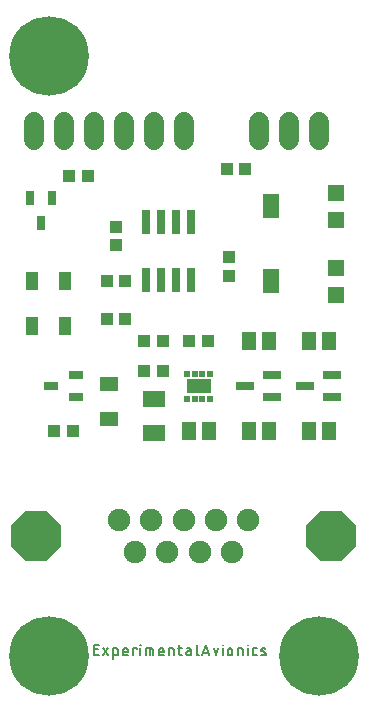
<source format=gts>
G04 EAGLE Gerber RS-274X export*
G75*
%MOMM*%
%FSLAX34Y34*%
%LPD*%
%INTop Solder Mask*%
%IPPOS*%
%AMOC8*
5,1,8,0,0,1.08239X$1,22.5*%
G01*
%ADD10C,0.152400*%
%ADD11R,1.107200X1.047900*%
%ADD12R,1.263100X1.506100*%
%ADD13R,1.942300X1.322500*%
%ADD14R,1.047900X1.107200*%
%ADD15R,1.087000X1.638800*%
%ADD16C,1.651000*%
%ADD17R,0.724100X1.275500*%
%ADD18R,1.427000X2.127000*%
%ADD19R,1.427000X1.427000*%
%ADD20R,0.997900X1.106100*%
%ADD21R,0.726100X2.098600*%
%ADD22R,0.527000X0.627000*%
%ADD23R,2.027000X1.227000*%
%ADD24R,1.527000X0.727000*%
%ADD25C,1.905000*%
%ADD26P,4.592581X8X22.500000*%
%ADD27R,1.275500X0.724100*%
%ADD28R,1.488200X1.241600*%
%ADD29R,1.106100X0.997900*%
%ADD30C,6.731000*%


D10*
X93726Y-24638D02*
X89662Y-24638D01*
X89662Y-15494D01*
X93726Y-15494D01*
X92710Y-19558D02*
X89662Y-19558D01*
X97184Y-24638D02*
X101248Y-18542D01*
X97184Y-18542D02*
X101248Y-24638D01*
X105574Y-27686D02*
X105574Y-18542D01*
X108114Y-18542D01*
X108191Y-18544D01*
X108268Y-18550D01*
X108345Y-18560D01*
X108421Y-18573D01*
X108496Y-18591D01*
X108570Y-18612D01*
X108643Y-18637D01*
X108715Y-18666D01*
X108785Y-18698D01*
X108854Y-18733D01*
X108920Y-18773D01*
X108985Y-18815D01*
X109047Y-18861D01*
X109107Y-18910D01*
X109164Y-18961D01*
X109219Y-19016D01*
X109270Y-19073D01*
X109319Y-19133D01*
X109365Y-19195D01*
X109407Y-19260D01*
X109447Y-19326D01*
X109482Y-19395D01*
X109514Y-19465D01*
X109543Y-19537D01*
X109568Y-19610D01*
X109589Y-19684D01*
X109607Y-19759D01*
X109620Y-19835D01*
X109630Y-19912D01*
X109636Y-19989D01*
X109638Y-20066D01*
X109638Y-23114D01*
X109636Y-23191D01*
X109630Y-23268D01*
X109620Y-23345D01*
X109607Y-23421D01*
X109589Y-23496D01*
X109568Y-23570D01*
X109543Y-23643D01*
X109514Y-23715D01*
X109482Y-23785D01*
X109447Y-23854D01*
X109407Y-23920D01*
X109365Y-23985D01*
X109319Y-24047D01*
X109270Y-24107D01*
X109219Y-24164D01*
X109164Y-24219D01*
X109107Y-24270D01*
X109047Y-24319D01*
X108985Y-24365D01*
X108920Y-24407D01*
X108854Y-24447D01*
X108785Y-24482D01*
X108715Y-24514D01*
X108643Y-24543D01*
X108570Y-24568D01*
X108496Y-24589D01*
X108421Y-24607D01*
X108345Y-24620D01*
X108268Y-24630D01*
X108191Y-24636D01*
X108114Y-24638D01*
X105574Y-24638D01*
X115350Y-24638D02*
X117890Y-24638D01*
X115350Y-24638D02*
X115273Y-24636D01*
X115196Y-24630D01*
X115119Y-24620D01*
X115043Y-24607D01*
X114968Y-24589D01*
X114894Y-24568D01*
X114821Y-24543D01*
X114749Y-24514D01*
X114679Y-24482D01*
X114610Y-24447D01*
X114544Y-24407D01*
X114479Y-24365D01*
X114417Y-24319D01*
X114357Y-24270D01*
X114300Y-24219D01*
X114245Y-24164D01*
X114194Y-24107D01*
X114145Y-24047D01*
X114099Y-23985D01*
X114057Y-23920D01*
X114017Y-23854D01*
X113982Y-23785D01*
X113950Y-23715D01*
X113921Y-23643D01*
X113896Y-23570D01*
X113875Y-23496D01*
X113857Y-23421D01*
X113844Y-23345D01*
X113834Y-23268D01*
X113828Y-23191D01*
X113826Y-23114D01*
X113826Y-20574D01*
X113828Y-20485D01*
X113834Y-20397D01*
X113843Y-20309D01*
X113857Y-20221D01*
X113874Y-20134D01*
X113895Y-20048D01*
X113920Y-19963D01*
X113949Y-19879D01*
X113981Y-19796D01*
X114016Y-19715D01*
X114056Y-19636D01*
X114098Y-19558D01*
X114144Y-19482D01*
X114193Y-19408D01*
X114246Y-19337D01*
X114301Y-19268D01*
X114360Y-19201D01*
X114421Y-19137D01*
X114485Y-19076D01*
X114552Y-19017D01*
X114621Y-18962D01*
X114692Y-18909D01*
X114766Y-18860D01*
X114842Y-18814D01*
X114920Y-18772D01*
X114999Y-18732D01*
X115080Y-18697D01*
X115163Y-18665D01*
X115247Y-18636D01*
X115332Y-18611D01*
X115418Y-18590D01*
X115505Y-18573D01*
X115593Y-18559D01*
X115681Y-18550D01*
X115769Y-18544D01*
X115858Y-18542D01*
X115947Y-18544D01*
X116035Y-18550D01*
X116123Y-18559D01*
X116211Y-18573D01*
X116298Y-18590D01*
X116384Y-18611D01*
X116469Y-18636D01*
X116553Y-18665D01*
X116636Y-18697D01*
X116717Y-18732D01*
X116796Y-18772D01*
X116874Y-18814D01*
X116950Y-18860D01*
X117024Y-18909D01*
X117095Y-18962D01*
X117164Y-19017D01*
X117231Y-19076D01*
X117295Y-19137D01*
X117356Y-19201D01*
X117415Y-19268D01*
X117470Y-19337D01*
X117523Y-19408D01*
X117572Y-19482D01*
X117618Y-19558D01*
X117660Y-19636D01*
X117700Y-19715D01*
X117735Y-19796D01*
X117767Y-19879D01*
X117796Y-19963D01*
X117821Y-20048D01*
X117842Y-20134D01*
X117859Y-20221D01*
X117873Y-20309D01*
X117882Y-20397D01*
X117888Y-20485D01*
X117890Y-20574D01*
X117890Y-21590D01*
X113826Y-21590D01*
X122545Y-24638D02*
X122545Y-18542D01*
X125593Y-18542D01*
X125593Y-19558D01*
X128660Y-18542D02*
X128660Y-24638D01*
X128406Y-16002D02*
X128406Y-15494D01*
X128914Y-15494D01*
X128914Y-16002D01*
X128406Y-16002D01*
X133293Y-18542D02*
X133293Y-24638D01*
X133293Y-18542D02*
X137865Y-18542D01*
X137942Y-18544D01*
X138019Y-18550D01*
X138096Y-18560D01*
X138172Y-18573D01*
X138247Y-18591D01*
X138321Y-18612D01*
X138394Y-18637D01*
X138466Y-18666D01*
X138536Y-18698D01*
X138605Y-18733D01*
X138671Y-18773D01*
X138736Y-18815D01*
X138798Y-18861D01*
X138858Y-18910D01*
X138915Y-18961D01*
X138970Y-19016D01*
X139021Y-19073D01*
X139070Y-19133D01*
X139116Y-19195D01*
X139158Y-19260D01*
X139198Y-19326D01*
X139233Y-19395D01*
X139265Y-19465D01*
X139294Y-19537D01*
X139319Y-19610D01*
X139340Y-19684D01*
X139358Y-19759D01*
X139371Y-19835D01*
X139381Y-19912D01*
X139387Y-19989D01*
X139389Y-20066D01*
X139389Y-24638D01*
X136341Y-24638D02*
X136341Y-18542D01*
X145754Y-24638D02*
X148294Y-24638D01*
X145754Y-24638D02*
X145677Y-24636D01*
X145600Y-24630D01*
X145523Y-24620D01*
X145447Y-24607D01*
X145372Y-24589D01*
X145298Y-24568D01*
X145225Y-24543D01*
X145153Y-24514D01*
X145083Y-24482D01*
X145014Y-24447D01*
X144948Y-24407D01*
X144883Y-24365D01*
X144821Y-24319D01*
X144761Y-24270D01*
X144704Y-24219D01*
X144649Y-24164D01*
X144598Y-24107D01*
X144549Y-24047D01*
X144503Y-23985D01*
X144461Y-23920D01*
X144421Y-23854D01*
X144386Y-23785D01*
X144354Y-23715D01*
X144325Y-23643D01*
X144300Y-23570D01*
X144279Y-23496D01*
X144261Y-23421D01*
X144248Y-23345D01*
X144238Y-23268D01*
X144232Y-23191D01*
X144230Y-23114D01*
X144230Y-20574D01*
X144232Y-20485D01*
X144238Y-20397D01*
X144247Y-20309D01*
X144261Y-20221D01*
X144278Y-20134D01*
X144299Y-20048D01*
X144324Y-19963D01*
X144353Y-19879D01*
X144385Y-19796D01*
X144420Y-19715D01*
X144460Y-19636D01*
X144502Y-19558D01*
X144548Y-19482D01*
X144597Y-19408D01*
X144650Y-19337D01*
X144705Y-19268D01*
X144764Y-19201D01*
X144825Y-19137D01*
X144889Y-19076D01*
X144956Y-19017D01*
X145025Y-18962D01*
X145096Y-18909D01*
X145170Y-18860D01*
X145246Y-18814D01*
X145324Y-18772D01*
X145403Y-18732D01*
X145484Y-18697D01*
X145567Y-18665D01*
X145651Y-18636D01*
X145736Y-18611D01*
X145822Y-18590D01*
X145909Y-18573D01*
X145997Y-18559D01*
X146085Y-18550D01*
X146173Y-18544D01*
X146262Y-18542D01*
X146351Y-18544D01*
X146439Y-18550D01*
X146527Y-18559D01*
X146615Y-18573D01*
X146702Y-18590D01*
X146788Y-18611D01*
X146873Y-18636D01*
X146957Y-18665D01*
X147040Y-18697D01*
X147121Y-18732D01*
X147200Y-18772D01*
X147278Y-18814D01*
X147354Y-18860D01*
X147428Y-18909D01*
X147499Y-18962D01*
X147568Y-19017D01*
X147635Y-19076D01*
X147699Y-19137D01*
X147760Y-19201D01*
X147819Y-19268D01*
X147874Y-19337D01*
X147927Y-19408D01*
X147976Y-19482D01*
X148022Y-19558D01*
X148064Y-19636D01*
X148104Y-19715D01*
X148139Y-19796D01*
X148171Y-19879D01*
X148200Y-19963D01*
X148225Y-20048D01*
X148246Y-20134D01*
X148263Y-20221D01*
X148277Y-20309D01*
X148286Y-20397D01*
X148292Y-20485D01*
X148294Y-20574D01*
X148294Y-21590D01*
X144230Y-21590D01*
X152871Y-24638D02*
X152871Y-18542D01*
X155411Y-18542D01*
X155488Y-18544D01*
X155565Y-18550D01*
X155642Y-18560D01*
X155718Y-18573D01*
X155793Y-18591D01*
X155867Y-18612D01*
X155940Y-18637D01*
X156012Y-18666D01*
X156082Y-18698D01*
X156151Y-18733D01*
X156217Y-18773D01*
X156282Y-18815D01*
X156344Y-18861D01*
X156404Y-18910D01*
X156461Y-18961D01*
X156516Y-19016D01*
X156567Y-19073D01*
X156616Y-19133D01*
X156662Y-19195D01*
X156704Y-19260D01*
X156744Y-19326D01*
X156779Y-19395D01*
X156811Y-19465D01*
X156840Y-19537D01*
X156865Y-19610D01*
X156886Y-19684D01*
X156904Y-19759D01*
X156917Y-19835D01*
X156927Y-19912D01*
X156933Y-19989D01*
X156935Y-20066D01*
X156935Y-24638D01*
X160632Y-18542D02*
X163680Y-18542D01*
X161648Y-15494D02*
X161648Y-23114D01*
X161650Y-23191D01*
X161656Y-23268D01*
X161666Y-23345D01*
X161679Y-23421D01*
X161697Y-23496D01*
X161718Y-23570D01*
X161743Y-23643D01*
X161772Y-23715D01*
X161804Y-23785D01*
X161839Y-23854D01*
X161879Y-23920D01*
X161921Y-23985D01*
X161967Y-24047D01*
X162016Y-24107D01*
X162067Y-24164D01*
X162122Y-24219D01*
X162179Y-24270D01*
X162239Y-24319D01*
X162301Y-24365D01*
X162366Y-24407D01*
X162432Y-24447D01*
X162501Y-24482D01*
X162571Y-24514D01*
X162643Y-24543D01*
X162716Y-24568D01*
X162790Y-24589D01*
X162865Y-24607D01*
X162941Y-24620D01*
X163018Y-24630D01*
X163095Y-24636D01*
X163172Y-24638D01*
X163680Y-24638D01*
X169302Y-21082D02*
X171588Y-21082D01*
X169302Y-21082D02*
X169219Y-21084D01*
X169136Y-21090D01*
X169053Y-21100D01*
X168970Y-21113D01*
X168889Y-21131D01*
X168808Y-21152D01*
X168729Y-21177D01*
X168651Y-21206D01*
X168574Y-21238D01*
X168499Y-21274D01*
X168425Y-21313D01*
X168354Y-21356D01*
X168284Y-21402D01*
X168217Y-21452D01*
X168152Y-21504D01*
X168090Y-21559D01*
X168030Y-21618D01*
X167973Y-21679D01*
X167919Y-21742D01*
X167868Y-21808D01*
X167821Y-21877D01*
X167776Y-21947D01*
X167735Y-22020D01*
X167698Y-22094D01*
X167663Y-22170D01*
X167633Y-22248D01*
X167606Y-22326D01*
X167583Y-22407D01*
X167563Y-22488D01*
X167548Y-22570D01*
X167536Y-22652D01*
X167528Y-22735D01*
X167524Y-22818D01*
X167524Y-22902D01*
X167528Y-22985D01*
X167536Y-23068D01*
X167548Y-23150D01*
X167563Y-23232D01*
X167583Y-23313D01*
X167606Y-23394D01*
X167633Y-23472D01*
X167663Y-23550D01*
X167698Y-23626D01*
X167735Y-23700D01*
X167776Y-23773D01*
X167821Y-23843D01*
X167868Y-23912D01*
X167919Y-23978D01*
X167973Y-24041D01*
X168030Y-24102D01*
X168090Y-24161D01*
X168152Y-24216D01*
X168217Y-24268D01*
X168284Y-24318D01*
X168354Y-24364D01*
X168425Y-24407D01*
X168499Y-24446D01*
X168574Y-24482D01*
X168651Y-24514D01*
X168729Y-24543D01*
X168808Y-24568D01*
X168889Y-24589D01*
X168970Y-24607D01*
X169053Y-24620D01*
X169136Y-24630D01*
X169219Y-24636D01*
X169302Y-24638D01*
X171588Y-24638D01*
X171588Y-20066D01*
X171586Y-19989D01*
X171580Y-19912D01*
X171570Y-19835D01*
X171557Y-19759D01*
X171539Y-19684D01*
X171518Y-19610D01*
X171493Y-19537D01*
X171464Y-19465D01*
X171432Y-19395D01*
X171397Y-19326D01*
X171357Y-19260D01*
X171315Y-19195D01*
X171269Y-19133D01*
X171220Y-19073D01*
X171169Y-19016D01*
X171114Y-18961D01*
X171057Y-18910D01*
X170997Y-18861D01*
X170935Y-18815D01*
X170870Y-18773D01*
X170804Y-18733D01*
X170735Y-18698D01*
X170665Y-18666D01*
X170593Y-18637D01*
X170520Y-18612D01*
X170446Y-18591D01*
X170371Y-18573D01*
X170295Y-18560D01*
X170218Y-18550D01*
X170141Y-18544D01*
X170064Y-18542D01*
X168032Y-18542D01*
X176283Y-15494D02*
X176283Y-23114D01*
X176285Y-23191D01*
X176291Y-23268D01*
X176301Y-23345D01*
X176314Y-23421D01*
X176332Y-23496D01*
X176353Y-23570D01*
X176378Y-23643D01*
X176407Y-23715D01*
X176439Y-23785D01*
X176474Y-23854D01*
X176514Y-23920D01*
X176556Y-23985D01*
X176602Y-24047D01*
X176651Y-24107D01*
X176702Y-24164D01*
X176757Y-24219D01*
X176814Y-24270D01*
X176874Y-24319D01*
X176936Y-24365D01*
X177001Y-24407D01*
X177067Y-24447D01*
X177136Y-24482D01*
X177206Y-24514D01*
X177278Y-24543D01*
X177351Y-24568D01*
X177425Y-24589D01*
X177500Y-24607D01*
X177576Y-24620D01*
X177653Y-24630D01*
X177730Y-24636D01*
X177807Y-24638D01*
X180979Y-24638D02*
X184027Y-15494D01*
X187075Y-24638D01*
X186313Y-22352D02*
X181741Y-22352D01*
X190636Y-18542D02*
X192668Y-24638D01*
X194700Y-18542D01*
X198428Y-18542D02*
X198428Y-24638D01*
X198174Y-16002D02*
X198174Y-15494D01*
X198682Y-15494D01*
X198682Y-16002D01*
X198174Y-16002D01*
X202477Y-20574D02*
X202477Y-22606D01*
X202477Y-20574D02*
X202479Y-20485D01*
X202485Y-20397D01*
X202494Y-20309D01*
X202508Y-20221D01*
X202525Y-20134D01*
X202546Y-20048D01*
X202571Y-19963D01*
X202600Y-19879D01*
X202632Y-19796D01*
X202667Y-19715D01*
X202707Y-19636D01*
X202749Y-19558D01*
X202795Y-19482D01*
X202844Y-19408D01*
X202897Y-19337D01*
X202952Y-19268D01*
X203011Y-19201D01*
X203072Y-19137D01*
X203136Y-19076D01*
X203203Y-19017D01*
X203272Y-18962D01*
X203343Y-18909D01*
X203417Y-18860D01*
X203493Y-18814D01*
X203571Y-18772D01*
X203650Y-18732D01*
X203731Y-18697D01*
X203814Y-18665D01*
X203898Y-18636D01*
X203983Y-18611D01*
X204069Y-18590D01*
X204156Y-18573D01*
X204244Y-18559D01*
X204332Y-18550D01*
X204420Y-18544D01*
X204509Y-18542D01*
X204598Y-18544D01*
X204686Y-18550D01*
X204774Y-18559D01*
X204862Y-18573D01*
X204949Y-18590D01*
X205035Y-18611D01*
X205120Y-18636D01*
X205204Y-18665D01*
X205287Y-18697D01*
X205368Y-18732D01*
X205447Y-18772D01*
X205525Y-18814D01*
X205601Y-18860D01*
X205675Y-18909D01*
X205746Y-18962D01*
X205815Y-19017D01*
X205882Y-19076D01*
X205946Y-19137D01*
X206007Y-19201D01*
X206066Y-19268D01*
X206121Y-19337D01*
X206174Y-19408D01*
X206223Y-19482D01*
X206269Y-19558D01*
X206311Y-19636D01*
X206351Y-19715D01*
X206386Y-19796D01*
X206418Y-19879D01*
X206447Y-19963D01*
X206472Y-20048D01*
X206493Y-20134D01*
X206510Y-20221D01*
X206524Y-20309D01*
X206533Y-20397D01*
X206539Y-20485D01*
X206541Y-20574D01*
X206541Y-22606D01*
X206539Y-22695D01*
X206533Y-22783D01*
X206524Y-22871D01*
X206510Y-22959D01*
X206493Y-23046D01*
X206472Y-23132D01*
X206447Y-23217D01*
X206418Y-23301D01*
X206386Y-23384D01*
X206351Y-23465D01*
X206311Y-23544D01*
X206269Y-23622D01*
X206223Y-23698D01*
X206174Y-23772D01*
X206121Y-23843D01*
X206066Y-23912D01*
X206007Y-23979D01*
X205946Y-24043D01*
X205882Y-24104D01*
X205815Y-24163D01*
X205746Y-24218D01*
X205675Y-24271D01*
X205601Y-24320D01*
X205525Y-24366D01*
X205447Y-24408D01*
X205368Y-24448D01*
X205287Y-24483D01*
X205204Y-24515D01*
X205120Y-24544D01*
X205035Y-24569D01*
X204949Y-24590D01*
X204862Y-24607D01*
X204774Y-24621D01*
X204686Y-24630D01*
X204598Y-24636D01*
X204509Y-24638D01*
X204420Y-24636D01*
X204332Y-24630D01*
X204244Y-24621D01*
X204156Y-24607D01*
X204069Y-24590D01*
X203983Y-24569D01*
X203898Y-24544D01*
X203814Y-24515D01*
X203731Y-24483D01*
X203650Y-24448D01*
X203571Y-24408D01*
X203493Y-24366D01*
X203417Y-24320D01*
X203343Y-24271D01*
X203272Y-24218D01*
X203203Y-24163D01*
X203136Y-24104D01*
X203072Y-24043D01*
X203011Y-23979D01*
X202952Y-23912D01*
X202897Y-23843D01*
X202844Y-23772D01*
X202795Y-23698D01*
X202749Y-23622D01*
X202707Y-23544D01*
X202667Y-23465D01*
X202632Y-23384D01*
X202600Y-23301D01*
X202571Y-23217D01*
X202546Y-23132D01*
X202525Y-23046D01*
X202508Y-22959D01*
X202494Y-22871D01*
X202485Y-22783D01*
X202479Y-22695D01*
X202477Y-22606D01*
X211118Y-24638D02*
X211118Y-18542D01*
X213658Y-18542D01*
X213735Y-18544D01*
X213812Y-18550D01*
X213889Y-18560D01*
X213965Y-18573D01*
X214040Y-18591D01*
X214114Y-18612D01*
X214187Y-18637D01*
X214259Y-18666D01*
X214329Y-18698D01*
X214398Y-18733D01*
X214464Y-18773D01*
X214529Y-18815D01*
X214591Y-18861D01*
X214651Y-18910D01*
X214708Y-18961D01*
X214763Y-19016D01*
X214814Y-19073D01*
X214863Y-19133D01*
X214909Y-19195D01*
X214951Y-19260D01*
X214991Y-19326D01*
X215026Y-19395D01*
X215058Y-19465D01*
X215087Y-19537D01*
X215112Y-19610D01*
X215133Y-19684D01*
X215151Y-19759D01*
X215164Y-19835D01*
X215174Y-19912D01*
X215180Y-19989D01*
X215182Y-20066D01*
X215182Y-24638D01*
X219551Y-24638D02*
X219551Y-18542D01*
X219297Y-16002D02*
X219297Y-15494D01*
X219805Y-15494D01*
X219805Y-16002D01*
X219297Y-16002D01*
X225139Y-24638D02*
X227171Y-24638D01*
X225139Y-24638D02*
X225062Y-24636D01*
X224985Y-24630D01*
X224908Y-24620D01*
X224832Y-24607D01*
X224757Y-24589D01*
X224683Y-24568D01*
X224610Y-24543D01*
X224538Y-24514D01*
X224468Y-24482D01*
X224399Y-24447D01*
X224333Y-24407D01*
X224268Y-24365D01*
X224206Y-24319D01*
X224146Y-24270D01*
X224089Y-24219D01*
X224034Y-24164D01*
X223983Y-24107D01*
X223934Y-24047D01*
X223888Y-23985D01*
X223846Y-23920D01*
X223806Y-23854D01*
X223771Y-23785D01*
X223739Y-23715D01*
X223710Y-23643D01*
X223685Y-23570D01*
X223664Y-23496D01*
X223646Y-23421D01*
X223633Y-23345D01*
X223623Y-23268D01*
X223617Y-23191D01*
X223615Y-23114D01*
X223615Y-20066D01*
X223617Y-19989D01*
X223623Y-19912D01*
X223633Y-19835D01*
X223646Y-19759D01*
X223664Y-19684D01*
X223685Y-19610D01*
X223710Y-19537D01*
X223739Y-19465D01*
X223771Y-19395D01*
X223806Y-19326D01*
X223846Y-19260D01*
X223888Y-19195D01*
X223934Y-19133D01*
X223983Y-19073D01*
X224034Y-19016D01*
X224089Y-18961D01*
X224146Y-18910D01*
X224206Y-18861D01*
X224268Y-18815D01*
X224333Y-18773D01*
X224399Y-18733D01*
X224468Y-18698D01*
X224538Y-18666D01*
X224610Y-18637D01*
X224683Y-18612D01*
X224757Y-18591D01*
X224832Y-18573D01*
X224908Y-18560D01*
X224985Y-18550D01*
X225062Y-18544D01*
X225139Y-18542D01*
X227171Y-18542D01*
X231722Y-21082D02*
X234262Y-22098D01*
X231723Y-21082D02*
X231657Y-21053D01*
X231593Y-21021D01*
X231531Y-20986D01*
X231470Y-20947D01*
X231412Y-20905D01*
X231357Y-20860D01*
X231303Y-20812D01*
X231253Y-20761D01*
X231205Y-20708D01*
X231160Y-20652D01*
X231119Y-20594D01*
X231081Y-20533D01*
X231046Y-20470D01*
X231014Y-20406D01*
X230986Y-20340D01*
X230962Y-20273D01*
X230941Y-20204D01*
X230924Y-20135D01*
X230911Y-20064D01*
X230902Y-19993D01*
X230896Y-19922D01*
X230895Y-19850D01*
X230897Y-19778D01*
X230904Y-19707D01*
X230914Y-19636D01*
X230928Y-19566D01*
X230946Y-19496D01*
X230968Y-19428D01*
X230993Y-19361D01*
X231022Y-19295D01*
X231054Y-19231D01*
X231090Y-19169D01*
X231129Y-19109D01*
X231172Y-19052D01*
X231217Y-18996D01*
X231265Y-18943D01*
X231317Y-18893D01*
X231370Y-18846D01*
X231427Y-18802D01*
X231485Y-18761D01*
X231546Y-18723D01*
X231609Y-18688D01*
X231674Y-18657D01*
X231740Y-18630D01*
X231807Y-18606D01*
X231876Y-18586D01*
X231946Y-18569D01*
X232017Y-18557D01*
X232088Y-18548D01*
X232159Y-18543D01*
X232231Y-18542D01*
X232230Y-18542D02*
X232378Y-18546D01*
X232525Y-18553D01*
X232672Y-18565D01*
X232818Y-18580D01*
X232965Y-18599D01*
X233110Y-18622D01*
X233255Y-18648D01*
X233399Y-18678D01*
X233543Y-18712D01*
X233685Y-18750D01*
X233827Y-18791D01*
X233967Y-18835D01*
X234107Y-18884D01*
X234245Y-18936D01*
X234381Y-18991D01*
X234516Y-19050D01*
X234262Y-22098D02*
X234328Y-22127D01*
X234392Y-22159D01*
X234454Y-22194D01*
X234515Y-22233D01*
X234573Y-22275D01*
X234628Y-22320D01*
X234682Y-22368D01*
X234732Y-22419D01*
X234780Y-22472D01*
X234825Y-22528D01*
X234866Y-22586D01*
X234904Y-22647D01*
X234939Y-22710D01*
X234971Y-22774D01*
X234999Y-22840D01*
X235023Y-22907D01*
X235044Y-22976D01*
X235061Y-23045D01*
X235074Y-23116D01*
X235083Y-23187D01*
X235089Y-23258D01*
X235090Y-23330D01*
X235088Y-23402D01*
X235081Y-23473D01*
X235071Y-23544D01*
X235057Y-23614D01*
X235039Y-23684D01*
X235017Y-23752D01*
X234992Y-23819D01*
X234963Y-23885D01*
X234931Y-23949D01*
X234895Y-24011D01*
X234856Y-24071D01*
X234813Y-24128D01*
X234768Y-24184D01*
X234720Y-24237D01*
X234668Y-24287D01*
X234615Y-24334D01*
X234558Y-24378D01*
X234500Y-24419D01*
X234439Y-24457D01*
X234376Y-24492D01*
X234311Y-24523D01*
X234245Y-24550D01*
X234178Y-24574D01*
X234109Y-24594D01*
X234039Y-24611D01*
X233968Y-24623D01*
X233897Y-24632D01*
X233826Y-24637D01*
X233754Y-24638D01*
X233755Y-24638D02*
X233551Y-24633D01*
X233348Y-24623D01*
X233145Y-24608D01*
X232942Y-24588D01*
X232739Y-24563D01*
X232538Y-24534D01*
X232337Y-24500D01*
X232137Y-24461D01*
X231938Y-24418D01*
X231740Y-24369D01*
X231543Y-24317D01*
X231348Y-24259D01*
X231154Y-24197D01*
X230961Y-24130D01*
D11*
X107950Y337946D03*
X107950Y322454D03*
D12*
X237065Y165100D03*
X220135Y165100D03*
X237065Y241300D03*
X220135Y241300D03*
X287865Y165100D03*
X270935Y165100D03*
X287865Y241300D03*
X270935Y241300D03*
D13*
X139700Y163201D03*
X139700Y192399D03*
D12*
X169335Y165100D03*
X186265Y165100D03*
D14*
X147446Y215900D03*
X131954Y215900D03*
D15*
X36954Y292100D03*
X64646Y292100D03*
X36954Y254000D03*
X64646Y254000D03*
D16*
X228600Y411480D02*
X228600Y426720D01*
X254000Y426720D02*
X254000Y411480D01*
X279400Y411480D02*
X279400Y426720D01*
X38100Y426720D02*
X38100Y411480D01*
X63500Y411480D02*
X63500Y426720D01*
X88900Y426720D02*
X88900Y411480D01*
X114300Y411480D02*
X114300Y426720D01*
X139700Y426720D02*
X139700Y411480D01*
X165100Y411480D02*
X165100Y426720D01*
D17*
X53950Y362398D03*
X34950Y362398D03*
X44450Y341182D03*
D18*
X239200Y355600D03*
D19*
X294200Y367100D03*
X294200Y344100D03*
D20*
X169804Y241300D03*
X185796Y241300D03*
X131704Y241300D03*
X147696Y241300D03*
D18*
X239200Y292100D03*
D19*
X294200Y303600D03*
X294200Y280600D03*
D20*
X217546Y387350D03*
X201554Y387350D03*
X84196Y381000D03*
X68204Y381000D03*
X99954Y292100D03*
X115946Y292100D03*
X99954Y260350D03*
X115946Y260350D03*
D21*
X133350Y292783D03*
X146050Y292783D03*
X158750Y292783D03*
X171450Y292783D03*
X171450Y342217D03*
X158750Y342217D03*
X146050Y342217D03*
X133350Y342217D03*
D22*
X168050Y192700D03*
X174550Y192700D03*
X181050Y192700D03*
X187550Y192700D03*
X187550Y213700D03*
X181050Y213700D03*
X174550Y213700D03*
X168050Y213700D03*
D23*
X177800Y203200D03*
D24*
X240100Y193700D03*
X240100Y212700D03*
X217100Y203200D03*
X290900Y193700D03*
X290900Y212700D03*
X267900Y203200D03*
D25*
X110300Y89900D03*
X124000Y62500D03*
X137700Y89900D03*
X151400Y62500D03*
X165100Y89900D03*
X178800Y62500D03*
X192500Y89900D03*
X206200Y62500D03*
X219900Y89900D03*
D26*
X40100Y76200D03*
X290100Y76200D03*
D27*
X74108Y193700D03*
X74108Y212700D03*
X52892Y203200D03*
D28*
X101600Y205504D03*
X101600Y175496D03*
D20*
X71496Y165100D03*
X55504Y165100D03*
D29*
X203200Y312796D03*
X203200Y296804D03*
D30*
X50800Y-25400D03*
X279400Y-25400D03*
X50800Y482600D03*
M02*

</source>
